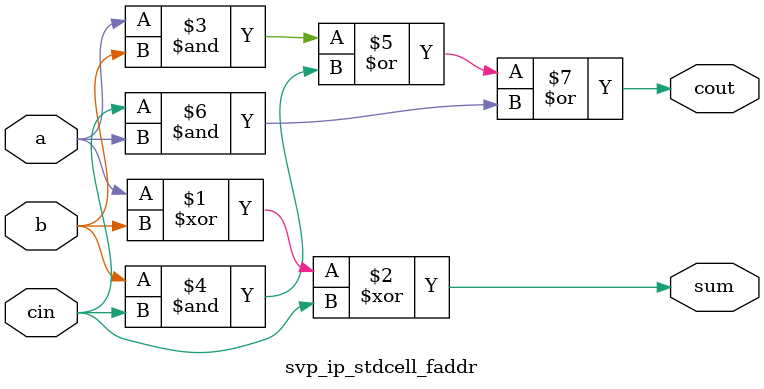
<source format=v>
`timescale 1ns / 1ps
module svp_ip_stdcell_faddr(a,b,cin,cout,sum);

input a;
input b;
input cin;
output cout;
output sum;

assign sum = a ^ b ^ cin;
assign cout = (a & b) | (b & cin) | (cin & a);


endmodule
</source>
